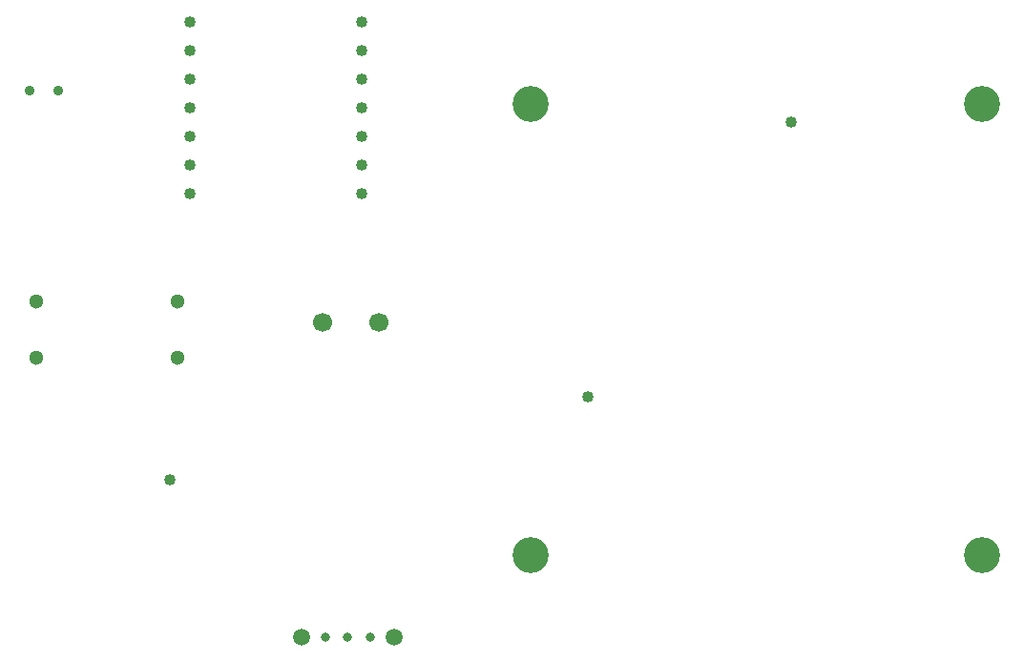
<source format=gbr>
%TF.GenerationSoftware,KiCad,Pcbnew,7.0.9*%
%TF.CreationDate,2024-02-01T23:09:18-08:00*%
%TF.ProjectId,Sensing Device,53656e73-696e-4672-9044-65766963652e,rev?*%
%TF.SameCoordinates,Original*%
%TF.FileFunction,Plated,1,2,PTH,Drill*%
%TF.FilePolarity,Positive*%
%FSLAX46Y46*%
G04 Gerber Fmt 4.6, Leading zero omitted, Abs format (unit mm)*
G04 Created by KiCad (PCBNEW 7.0.9) date 2024-02-01 23:09:18*
%MOMM*%
%LPD*%
G01*
G04 APERTURE LIST*
%TA.AperFunction,ComponentDrill*%
%ADD10C,0.812800*%
%TD*%
%TA.AperFunction,ComponentDrill*%
%ADD11C,0.900000*%
%TD*%
%TA.AperFunction,ViaDrill*%
%ADD12C,1.016000*%
%TD*%
%TA.AperFunction,ComponentDrill*%
%ADD13C,1.016000*%
%TD*%
%TA.AperFunction,ComponentDrill*%
%ADD14C,1.300000*%
%TD*%
%TA.AperFunction,ComponentDrill*%
%ADD15C,1.498600*%
%TD*%
%TA.AperFunction,ComponentDrill*%
%ADD16C,1.700000*%
%TD*%
%TA.AperFunction,ComponentDrill*%
%ADD17C,3.200000*%
%TD*%
G04 APERTURE END LIST*
D10*
%TO.C,SW2*%
X91764099Y-97282000D03*
X93764100Y-97282000D03*
X95764101Y-97282000D03*
D11*
%TO.C,D1*%
X65532000Y-48768000D03*
X68072000Y-48768000D03*
%TD*%
D12*
X77978000Y-83312000D03*
X115062000Y-75946000D03*
X133096000Y-51562000D03*
D13*
%TO.C,U1*%
X79756000Y-42672000D03*
X79756000Y-45212000D03*
X79756000Y-47752000D03*
X79756000Y-50292000D03*
X79756000Y-52832000D03*
X79756000Y-55372000D03*
X79756000Y-57912000D03*
X94996000Y-42672000D03*
X94996000Y-45212000D03*
X94996000Y-47752000D03*
X94996000Y-50292000D03*
X94996000Y-52832000D03*
X94996000Y-55372000D03*
X94996000Y-57912000D03*
D14*
%TO.C,SW1*%
X66150000Y-67500000D03*
X66150000Y-72500000D03*
X78650000Y-67500000D03*
X78650000Y-72500000D03*
D15*
%TO.C,SW2*%
X89662000Y-97282000D03*
X97866200Y-97282000D03*
D16*
%TO.C,J1*%
X91520000Y-69342000D03*
X96520000Y-69342000D03*
D17*
%TO.C,J2*%
X110000000Y-50000000D03*
X110000000Y-90000000D03*
X150000000Y-50000000D03*
X150000000Y-90000000D03*
M02*

</source>
